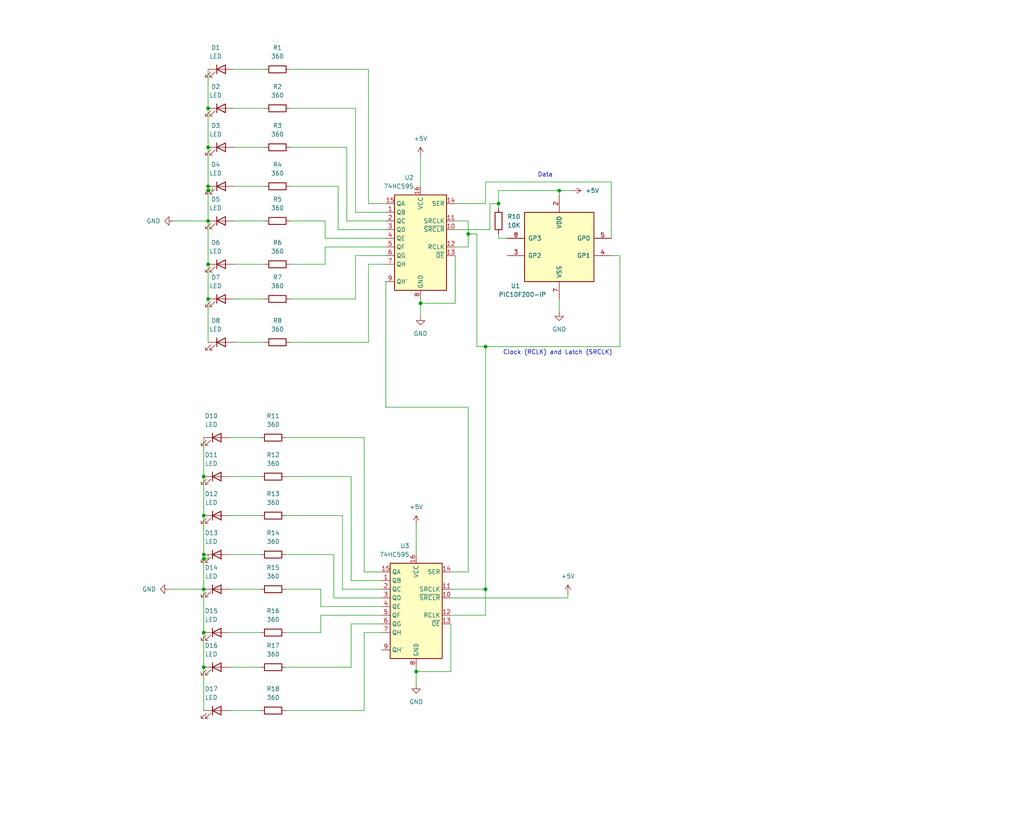
<source format=kicad_sch>
(kicad_sch (version 20230121) (generator eeschema)
  (paper "User" 299.999 240.995)
  (title_block (title "PIC10F200 and 2 x74HC595 with  two wires interface setup") (company "Ricardo Lima Caratti"))
  (lib_symbols
    (symbol "74xx:74HC595"
      (property "Reference" "U" (at -7.62 13.97 0))
      (property "Value" "74HC595" (at -7.62 -16.51 0))
      (symbol "74HC595_1_0"
        (pin tri_state line (at 10.16 7.62 180) (length 2.54) (name "QB") (number "1"))
        (pin input line (at -10.16 2.54 0) (length 2.54) (name "~{SRCLR}") (number "10"))
        (pin input line (at -10.16 5.08 0) (length 2.54) (name "SRCLK") (number "11"))
        (pin input line (at -10.16 -2.54 0) (length 2.54) (name "RCLK") (number "12"))
        (pin input line (at -10.16 -5.08 0) (length 2.54) (name "~{OE}") (number "13"))
        (pin input line (at -10.16 10.16 0) (length 2.54) (name "SER") (number "14"))
        (pin tri_state line (at 10.16 10.16 180) (length 2.54) (name "QA") (number "15"))
        (pin power_in line (at 0 15.24 270) (length 2.54) (name "VCC") (number "16"))
        (pin tri_state line (at 10.16 5.08 180) (length 2.54) (name "QC") (number "2"))
        (pin tri_state line (at 10.16 2.54 180) (length 2.54) (name "QD") (number "3"))
        (pin tri_state line (at 10.16 0 180) (length 2.54) (name "QE") (number "4"))
        (pin tri_state line (at 10.16 -2.54 180) (length 2.54) (name "QF") (number "5"))
        (pin tri_state line (at 10.16 -5.08 180) (length 2.54) (name "QG") (number "6"))
        (pin tri_state line (at 10.16 -7.62 180) (length 2.54) (name "QH") (number "7"))
        (pin power_in line (at 0 -17.78 90) (length 2.54) (name "GND") (number "8"))
        (pin output line (at 10.16 -12.7 180) (length 2.54) (name "QH'") (number "9"))
      )
      (symbol "74HC595_1_1"
        (rectangle (start -7.62 12.7) (end 7.62 -15.24) (stroke (width 0.254)) (fill (type background)))
      )
    )
    (symbol "Device:LED" (pin_numbers hide) (pin_names (offset 1.016) hide)
      (property "Reference" "D" (at 0 2.54 0))
      (property "Value" "LED" (at 0 -2.54 0))
      (symbol "LED_0_1"
        (polyline (pts (xy -1.27 -1.27) (xy -1.27 1.27)) (stroke (width 0.254)))
        (polyline (pts (xy -1.27 0) (xy 1.27 0)))
        (polyline (pts (xy 1.27 -1.27) (xy 1.27 1.27) (xy -1.27 0) (xy 1.27 -1.27)) (stroke (width 0.254)))
        (polyline (pts (xy -3.048 -0.762) (xy -4.572 -2.286) (xy -3.81 -2.286) (xy -4.572 -2.286) (xy -4.572 -1.524)))
        (polyline (pts (xy -1.778 -0.762) (xy -3.302 -2.286) (xy -2.54 -2.286) (xy -3.302 -2.286) (xy -3.302 -1.524)))
      )
      (symbol "LED_1_1"
        (pin passive line (at -3.81 0 0) (length 2.54) (name "K") (number "1"))
        (pin passive line (at 3.81 0 180) (length 2.54) (name "A") (number "2"))
      )
    )
    (symbol "Device:R" (pin_numbers hide) (pin_names (offset 0))
      (property "Reference" "R" (at 2.032 0 90))
      (property "Value" "R" (at 0 0 90))
      (symbol "R_0_1"
        (rectangle (start -1.016 -2.54) (end 1.016 2.54) (stroke (width 0.254)))
      )
      (symbol "R_1_1"
        (pin passive line (at 0 3.81 270) (length 1.27) (name "~") (number "1"))
        (pin passive line (at 0 -3.81 90) (length 1.27) (name "~") (number "2"))
      )
    )
    (symbol "MCU_Microchip_PIC10:PIC10F200-IP" (pin_names (offset 1.016))
      (property "Reference" "U" (at 1.27 13.97 0))
      (property "Value" "PIC10F200-IP" (at 1.27 11.43 0))
      (symbol "PIC10F200-IP_0_1"
        (rectangle (start -10.16 10.16) (end 10.16 -10.16) (stroke (width 0.254)) (fill (type background)))
      )
      (symbol "PIC10F200-IP_1_1"
        (pin power_in line (at 0 15.24 270) (length 5.08) (name "VDD") (number "2"))
        (pin bidirectional line (at 15.24 -2.54 180) (length 5.08) (name "GP2") (number "3"))
        (pin bidirectional line (at -15.24 -2.54 0) (length 5.08) (name "GP1") (number "4"))
        (pin bidirectional line (at -15.24 2.54 0) (length 5.08) (name "GP0") (number "5"))
        (pin power_in line (at 0 -15.24 90) (length 5.08) (name "VSS") (number "7"))
        (pin input line (at 15.24 2.54 180) (length 5.08) (name "GP3") (number "8"))
      )
    )
    (symbol "power:+5V" (power) (pin_names (offset 0))
      (property "Value" "+5V" (at 0 3.556 0))
      (symbol "+5V_0_1"
        (polyline (pts (xy -0.762 1.27) (xy 0 2.54)))
        (polyline (pts (xy 0 0) (xy 0 2.54)))
        (polyline (pts (xy 0 2.54) (xy 0.762 1.27)))
      )
      (symbol "+5V_1_1"
        (pin power_in line (at 0 0 90) (length 0) hide (name "+5V") (number "1"))
      )
    )
    (symbol "power:GND" (power) (pin_names (offset 0))
      (property "Value" "GND" (at 0 -3.81 0))
      (symbol "GND_0_1"
        (polyline (pts (xy 0 0) (xy 0 -1.27) (xy 1.27 -1.27) (xy 0 -2.54) (xy -1.27 -1.27) (xy 0 -1.27)))
      )
      (symbol "GND_1_1"
        (pin power_in line (at 0 0 270) (length 0) hide (name "GND") (number "1"))
      )
    )
  )
  (junction (at 59.69 163.83))
  (junction (at 123.19 88.9))
  (junction (at 60.96 54.61))
  (junction (at 60.96 64.77))
  (junction (at 60.96 77.47))
  (junction (at 59.69 162.56))
  (junction (at 60.96 87.63))
  (junction (at 142.24 172.72))
  (junction (at 59.69 151.13))
  (junction (at 163.83 55.88))
  (junction (at 59.69 139.7))
  (junction (at 60.96 31.75))
  (junction (at 121.92 196.85))
  (junction (at 146.05 59.69))
  (junction (at 60.96 43.18))
  (junction (at 142.24 101.6))
  (junction (at 137.16 68.58))
  (junction (at 59.69 195.58))
  (junction (at 59.69 172.72))
  (junction (at 60.96 55.88))
  (junction (at 59.69 185.42))
  (wire (pts (xy 67.31 195.58) (xy 76.2 195.58)))
  (wire (pts (xy 68.58 77.47) (xy 77.47 77.47)))
  (wire (pts (xy 62.23 54.61) (xy 62.23 55.88)))
  (wire (pts (xy 100.33 172.72) (xy 100.33 151.13)))
  (wire (pts (xy 60.96 55.88) (xy 60.96 64.77)))
  (wire (pts (xy 95.25 69.85) (xy 95.25 64.77)))
  (wire (pts (xy 166.37 173.99) (xy 166.37 175.26)))
  (wire (pts (xy 67.31 208.28) (xy 76.2 208.28)))
  (wire (pts (xy 85.09 64.77) (xy 95.25 64.77)))
  (wire (pts (xy 95.25 72.39) (xy 95.25 77.47)))
  (wire (pts (xy 137.16 68.58) (xy 137.16 72.39)))
  (wire (pts (xy 121.92 196.85) (xy 132.08 196.85)))
  (wire (pts (xy 111.76 185.42) (xy 106.68 185.42)))
  (wire (pts (xy 111.76 170.18) (xy 102.87 170.18)))
  (wire (pts (xy 137.16 72.39) (xy 133.35 72.39)))
  (wire (pts (xy 83.82 172.72) (xy 93.98 172.72)))
  (wire (pts (xy 102.87 170.18) (xy 102.87 139.7)))
  (wire (pts (xy 67.31 139.7) (xy 76.2 139.7)))
  (wire (pts (xy 67.31 128.27) (xy 76.2 128.27)))
  (wire (pts (xy 62.23 55.88) (xy 60.96 55.88)))
  (wire (pts (xy 85.09 100.33) (xy 107.95 100.33)))
  (wire (pts (xy 133.35 59.69) (xy 142.24 59.69)))
  (wire (pts (xy 59.69 172.72) (xy 59.69 185.42)))
  (wire (pts (xy 60.96 20.32) (xy 60.96 31.75)))
  (wire (pts (xy 68.58 20.32) (xy 77.47 20.32)))
  (wire (pts (xy 60.96 77.47) (xy 60.96 87.63)))
  (wire (pts (xy 133.35 64.77) (xy 137.16 64.77)))
  (wire (pts (xy 163.83 87.63) (xy 163.83 91.44)))
  (wire (pts (xy 67.31 185.42) (xy 76.2 185.42)))
  (wire (pts (xy 60.96 43.18) (xy 60.96 54.61)))
  (wire (pts (xy 137.16 167.64) (xy 137.16 119.38)))
  (wire (pts (xy 60.96 31.75) (xy 60.96 43.18)))
  (wire (pts (xy 148.59 69.85) (xy 146.05 69.85)))
  (wire (pts (xy 67.31 151.13) (xy 76.2 151.13)))
  (wire (pts (xy 104.14 31.75) (xy 85.09 31.75)))
  (wire (pts (xy 49.53 172.72) (xy 59.69 172.72)))
  (wire (pts (xy 133.35 67.31) (xy 143.51 67.31)))
  (wire (pts (xy 111.76 175.26) (xy 97.79 175.26)))
  (wire (pts (xy 60.96 162.56) (xy 60.96 163.83)))
  (wire (pts (xy 59.69 139.7) (xy 59.69 151.13)))
  (wire (pts (xy 142.24 101.6) (xy 139.7 101.6)))
  (wire (pts (xy 104.14 74.93) (xy 104.14 87.63)))
  (wire (pts (xy 123.19 88.9) (xy 123.19 92.71)))
  (wire (pts (xy 181.61 74.93) (xy 181.61 101.6)))
  (wire (pts (xy 101.6 64.77) (xy 101.6 43.18)))
  (wire (pts (xy 132.08 175.26) (xy 166.37 175.26)))
  (wire (pts (xy 121.92 196.85) (xy 121.92 200.66)))
  (wire (pts (xy 163.83 57.15) (xy 163.83 55.88)))
  (wire (pts (xy 93.98 185.42) (xy 83.82 185.42)))
  (wire (pts (xy 111.76 177.8) (xy 93.98 177.8)))
  (wire (pts (xy 95.25 77.47) (xy 85.09 77.47)))
  (wire (pts (xy 137.16 64.77) (xy 137.16 68.58)))
  (wire (pts (xy 104.14 62.23) (xy 104.14 31.75)))
  (wire (pts (xy 123.19 87.63) (xy 123.19 88.9)))
  (wire (pts (xy 113.03 77.47) (xy 107.95 77.47)))
  (wire (pts (xy 67.31 162.56) (xy 76.2 162.56)))
  (wire (pts (xy 83.82 128.27) (xy 106.68 128.27)))
  (wire (pts (xy 68.58 43.18) (xy 77.47 43.18)))
  (wire (pts (xy 107.95 77.47) (xy 107.95 100.33)))
  (wire (pts (xy 60.96 54.61) (xy 60.96 55.88)))
  (wire (pts (xy 121.92 195.58) (xy 121.92 196.85)))
  (wire (pts (xy 146.05 55.88) (xy 163.83 55.88)))
  (wire (pts (xy 97.79 175.26) (xy 97.79 162.56)))
  (wire (pts (xy 132.08 180.34) (xy 142.24 180.34)))
  (wire (pts (xy 99.06 54.61) (xy 85.09 54.61)))
  (wire (pts (xy 68.58 100.33) (xy 77.47 100.33)))
  (wire (pts (xy 139.7 101.6) (xy 139.7 68.58)))
  (wire (pts (xy 113.03 62.23) (xy 104.14 62.23)))
  (wire (pts (xy 121.92 153.67) (xy 121.92 162.56)))
  (wire (pts (xy 132.08 182.88) (xy 132.08 196.85)))
  (wire (pts (xy 113.03 74.93) (xy 104.14 74.93)))
  (wire (pts (xy 93.98 177.8) (xy 93.98 172.72)))
  (wire (pts (xy 142.24 180.34) (xy 142.24 172.72)))
  (wire (pts (xy 68.58 54.61) (xy 77.47 54.61)))
  (wire (pts (xy 106.68 167.64) (xy 111.76 167.64)))
  (wire (pts (xy 67.31 172.72) (xy 76.2 172.72)))
  (wire (pts (xy 123.19 45.72) (xy 123.19 54.61)))
  (wire (pts (xy 100.33 151.13) (xy 83.82 151.13)))
  (wire (pts (xy 59.69 163.83) (xy 59.69 172.72)))
  (wire (pts (xy 60.96 64.77) (xy 60.96 77.47)))
  (wire (pts (xy 132.08 167.64) (xy 137.16 167.64)))
  (wire (pts (xy 59.69 151.13) (xy 59.69 162.56)))
  (wire (pts (xy 133.35 74.93) (xy 133.35 88.9)))
  (wire (pts (xy 146.05 68.58) (xy 146.05 69.85)))
  (wire (pts (xy 107.95 20.32) (xy 107.95 59.69)))
  (wire (pts (xy 102.87 182.88) (xy 102.87 195.58)))
  (wire (pts (xy 68.58 64.77) (xy 77.47 64.77)))
  (wire (pts (xy 60.96 163.83) (xy 59.69 163.83)))
  (wire (pts (xy 111.76 172.72) (xy 100.33 172.72)))
  (wire (pts (xy 113.03 69.85) (xy 95.25 69.85)))
  (wire (pts (xy 113.03 64.77) (xy 101.6 64.77)))
  (wire (pts (xy 99.06 67.31) (xy 99.06 54.61)))
  (wire (pts (xy 50.8 64.77) (xy 60.96 64.77)))
  (wire (pts (xy 60.96 87.63) (xy 60.96 100.33)))
  (wire (pts (xy 163.83 55.88) (xy 167.64 55.88)))
  (wire (pts (xy 179.07 53.34) (xy 179.07 69.85)))
  (wire (pts (xy 179.07 74.93) (xy 181.61 74.93)))
  (wire (pts (xy 146.05 60.96) (xy 146.05 59.69)))
  (wire (pts (xy 59.69 162.56) (xy 59.69 163.83)))
  (wire (pts (xy 143.51 59.69) (xy 146.05 59.69)))
  (wire (pts (xy 113.03 119.38) (xy 113.03 82.55)))
  (wire (pts (xy 85.09 20.32) (xy 107.95 20.32)))
  (wire (pts (xy 106.68 185.42) (xy 106.68 208.28)))
  (wire (pts (xy 143.51 67.31) (xy 143.51 59.69)))
  (wire (pts (xy 142.24 59.69) (xy 142.24 53.34)))
  (wire (pts (xy 68.58 31.75) (xy 77.47 31.75)))
  (wire (pts (xy 107.95 59.69) (xy 113.03 59.69)))
  (wire (pts (xy 113.03 67.31) (xy 99.06 67.31)))
  (wire (pts (xy 111.76 180.34) (xy 93.98 180.34)))
  (wire (pts (xy 85.09 87.63) (xy 104.14 87.63)))
  (wire (pts (xy 83.82 195.58) (xy 102.87 195.58)))
  (wire (pts (xy 123.19 88.9) (xy 133.35 88.9)))
  (wire (pts (xy 181.61 101.6) (xy 142.24 101.6)))
  (wire (pts (xy 68.58 87.63) (xy 77.47 87.63)))
  (wire (pts (xy 142.24 101.6) (xy 142.24 172.72)))
  (wire (pts (xy 113.03 72.39) (xy 95.25 72.39)))
  (wire (pts (xy 142.24 53.34) (xy 179.07 53.34)))
  (wire (pts (xy 59.69 185.42) (xy 59.69 195.58)))
  (wire (pts (xy 97.79 162.56) (xy 83.82 162.56)))
  (wire (pts (xy 106.68 128.27) (xy 106.68 167.64)))
  (wire (pts (xy 102.87 139.7) (xy 83.82 139.7)))
  (wire (pts (xy 111.76 182.88) (xy 102.87 182.88)))
  (wire (pts (xy 83.82 208.28) (xy 106.68 208.28)))
  (wire (pts (xy 146.05 59.69) (xy 146.05 55.88)))
  (wire (pts (xy 59.69 128.27) (xy 59.69 139.7)))
  (wire (pts (xy 132.08 172.72) (xy 142.24 172.72)))
  (wire (pts (xy 59.69 195.58) (xy 59.69 208.28)))
  (wire (pts (xy 137.16 119.38) (xy 113.03 119.38)))
  (wire (pts (xy 101.6 43.18) (xy 85.09 43.18)))
  (wire (pts (xy 93.98 180.34) (xy 93.98 185.42)))
  (wire (pts (xy 139.7 68.58) (xy 137.16 68.58)))
  (text "Data" (at 157.48 52.07 0) (effects (font (size 1.27 1.27)) (justify left bottom)))
  (text "Clock (RCLK) and Latch (SRCLK)" (at 147.32 104.14 0) (effects (font (size 1.27 1.27)) (justify left bottom)))
  (symbol (lib_id "Device:R") (at 81.28 31.75 90) (unit 1)
    (property "Reference" "R2" (at 81.28 25.4 90))
    (property "Value" "360" (at 81.28 27.94 90))
  )
  (symbol (lib_id "Device:R") (at 81.28 20.32 90) (unit 1)
    (property "Reference" "R1" (at 81.28 13.97 90))
    (property "Value" "360" (at 81.28 16.51 90))
  )
  (symbol (lib_id "Device:LED") (at 64.77 31.75 0) (unit 1)
    (property "Reference" "D2" (at 63.1825 25.4 0))
    (property "Value" "LED" (at 63.1825 27.94 0))
  )
  (symbol (lib_id "74xx:74HC595") (at 121.92 177.8 0) (mirror y) (unit 1)
    (property "Reference" "U3" (at 119.9641 160.02 0) (effects (justify left)))
    (property "Value" "74HC595" (at 119.9641 162.56 0) (effects (justify left)))
    (property "Datasheet" "http://www.ti.com/lit/ds/symlink/sn74hc595.pdf" (effects hide))
  )
  (symbol (lib_id "Device:LED") (at 63.5 151.13 0) (unit 1)
    (property "Reference" "D12" (at 61.9125 144.78 0))
    (property "Value" "LED" (at 61.9125 147.32 0))
  )
  (symbol (lib_id "Device:LED") (at 64.77 20.32 0) (unit 1)
    (property "Reference" "D1" (at 63.1825 13.97 0))
    (property "Value" "LED" (at 63.1825 16.51 0))
  )
  (symbol (lib_id "power:+5V") (at 121.92 153.67 0) (unit 1)
    (property "Reference" "#PWR07" (effects hide))
    (property "Value" "+5V" (at 121.92 148.59 0))
  )
  (symbol (lib_id "74xx:74HC595") (at 123.19 69.85 0) (mirror y) (unit 1)
    (property "Reference" "U2" (at 121.2341 52.07 0) (effects (justify left)))
    (property "Value" "74HC595" (at 121.2341 54.61 0) (effects (justify left)))
    (property "Datasheet" "http://www.ti.com/lit/ds/symlink/sn74hc595.pdf" (effects hide))
  )
  (symbol (lib_id "Device:LED") (at 63.5 185.42 0) (unit 1)
    (property "Reference" "D15" (at 61.9125 179.07 0))
    (property "Value" "LED" (at 61.9125 181.61 0))
  )
  (symbol (lib_id "Device:LED") (at 64.77 43.18 0) (unit 1)
    (property "Reference" "D3" (at 63.1825 36.83 0))
    (property "Value" "LED" (at 63.1825 39.37 0))
  )
  (symbol (lib_id "Device:LED") (at 64.77 100.33 0) (unit 1)
    (property "Reference" "D8" (at 63.1825 93.98 0))
    (property "Value" "LED" (at 63.1825 96.52 0))
  )
  (symbol (lib_id "Device:R") (at 146.05 64.77 180) (unit 1)
    (property "Reference" "R10" (at 148.59 63.5 0) (effects (justify right)))
    (property "Value" "10K" (at 148.59 66.04 0) (effects (justify right)))
  )
  (symbol (lib_id "Device:R") (at 81.28 100.33 90) (unit 1)
    (property "Reference" "R8" (at 81.28 93.98 90))
    (property "Value" "360" (at 81.28 96.52 90))
  )
  (symbol (lib_id "power:+5V") (at 123.19 45.72 0) (unit 1)
    (property "Reference" "#PWR01" (effects hide))
    (property "Value" "+5V" (at 123.19 40.64 0))
  )
  (symbol (lib_id "Device:LED") (at 63.5 128.27 0) (unit 1)
    (property "Reference" "D10" (at 61.9125 121.92 0))
    (property "Value" "LED" (at 61.9125 124.46 0))
  )
  (symbol (lib_id "Device:R") (at 81.28 64.77 90) (unit 1)
    (property "Reference" "R5" (at 81.28 58.42 90))
    (property "Value" "360" (at 81.28 60.96 90))
  )
  (symbol (lib_id "Device:R") (at 81.28 54.61 90) (unit 1)
    (property "Reference" "R4" (at 81.28 48.26 90))
    (property "Value" "360" (at 81.28 50.8 90))
  )
  (symbol (lib_id "Device:R") (at 80.01 139.7 90) (unit 1)
    (property "Reference" "R12" (at 80.01 133.35 90))
    (property "Value" "360" (at 80.01 135.89 90))
  )
  (symbol (lib_id "Device:R") (at 81.28 77.47 90) (unit 1)
    (property "Reference" "R6" (at 81.28 71.12 90))
    (property "Value" "360" (at 81.28 73.66 90))
  )
  (symbol (lib_id "Device:R") (at 80.01 185.42 90) (unit 1)
    (property "Reference" "R16" (at 80.01 179.07 90))
    (property "Value" "360" (at 80.01 181.61 90))
  )
  (symbol (lib_id "Device:R") (at 81.28 87.63 90) (unit 1)
    (property "Reference" "R7" (at 81.28 81.28 90))
    (property "Value" "360" (at 81.28 83.82 90))
  )
  (symbol (lib_id "power:GND") (at 123.19 92.71 0) (unit 1)
    (property "Reference" "#PWR04" (effects hide))
    (property "Value" "GND" (at 123.19 97.79 0))
  )
  (symbol (lib_id "Device:R") (at 80.01 208.28 90) (unit 1)
    (property "Reference" "R18" (at 80.01 201.93 90))
    (property "Value" "360" (at 80.01 204.47 90))
  )
  (symbol (lib_id "Device:R") (at 81.28 43.18 90) (unit 1)
    (property "Reference" "R3" (at 81.28 36.83 90))
    (property "Value" "360" (at 81.28 39.37 90))
  )
  (symbol (lib_id "Device:LED") (at 63.5 195.58 0) (unit 1)
    (property "Reference" "D16" (at 61.9125 189.23 0))
    (property "Value" "LED" (at 61.9125 191.77 0))
  )
  (symbol (lib_id "MCU_Microchip_PIC10:PIC10F200-IP") (at 163.83 72.39 0) (mirror y) (unit 1)
    (property "Reference" "U1" (at 152.4 83.82 0) (effects (justify left)))
    (property "Value" "PIC10F200-IP" (at 160.02 86.36 0) (effects (justify left)))
    (property "Footprint" "Package_DIP:DIP-8_W7.62mm" (effects hide))
    (property "Datasheet" "http://ww1.microchip.com/downloads/en/DeviceDoc/41239D.pdf" (effects hide))
  )
  (symbol (lib_id "power:GND") (at 49.53 172.72 270) (unit 1)
    (property "Reference" "#PWR06" (effects hide))
    (property "Value" "GND" (at 45.72 172.72 90) (effects (justify right)))
  )
  (symbol (lib_id "Device:LED") (at 64.77 64.77 0) (unit 1)
    (property "Reference" "D5" (at 63.1825 58.42 0))
    (property "Value" "LED" (at 63.1825 60.96 0))
  )
  (symbol (lib_id "Device:LED") (at 64.77 77.47 0) (unit 1)
    (property "Reference" "D6" (at 63.1825 71.12 0))
    (property "Value" "LED" (at 63.1825 73.66 0))
  )
  (symbol (lib_id "power:+5V") (at 166.37 173.99 0) (unit 1)
    (property "Reference" "#PWR09" (effects hide))
    (property "Value" "+5V" (at 166.37 168.91 0))
  )
  (symbol (lib_id "power:GND") (at 121.92 200.66 0) (unit 1)
    (property "Reference" "#PWR08" (effects hide))
    (property "Value" "GND" (at 121.92 205.74 0))
  )
  (symbol (lib_id "power:+5V") (at 167.64 55.88 270) (unit 1)
    (property "Reference" "#PWR05" (effects hide))
    (property "Value" "+5V" (at 171.45 55.88 90) (effects (justify left)))
  )
  (symbol (lib_id "Device:R") (at 80.01 162.56 90) (unit 1)
    (property "Reference" "R14" (at 80.01 156.21 90))
    (property "Value" "360" (at 80.01 158.75 90))
  )
  (symbol (lib_id "Device:LED") (at 64.77 54.61 0) (unit 1)
    (property "Reference" "D4" (at 63.1825 48.26 0))
    (property "Value" "LED" (at 63.1825 50.8 0))
  )
  (symbol (lib_id "Device:R") (at 80.01 151.13 90) (unit 1)
    (property "Reference" "R13" (at 80.01 144.78 90))
    (property "Value" "360" (at 80.01 147.32 90))
  )
  (symbol (lib_id "Device:R") (at 80.01 128.27 90) (unit 1)
    (property "Reference" "R11" (at 80.01 121.92 90))
    (property "Value" "360" (at 80.01 124.46 90))
  )
  (symbol (lib_id "Device:LED") (at 63.5 208.28 0) (unit 1)
    (property "Reference" "D17" (at 61.9125 201.93 0))
    (property "Value" "LED" (at 61.9125 204.47 0))
  )
  (symbol (lib_id "Device:LED") (at 63.5 162.56 0) (unit 1)
    (property "Reference" "D13" (at 61.9125 156.21 0))
    (property "Value" "LED" (at 61.9125 158.75 0))
  )
  (symbol (lib_id "Device:R") (at 80.01 195.58 90) (unit 1)
    (property "Reference" "R17" (at 80.01 189.23 90))
    (property "Value" "360" (at 80.01 191.77 90))
  )
  (symbol (lib_id "power:GND") (at 163.83 91.44 0) (unit 1)
    (property "Reference" "#PWR02" (effects hide))
    (property "Value" "GND" (at 163.83 96.52 0))
  )
  (symbol (lib_id "Device:LED") (at 64.77 87.63 0) (unit 1)
    (property "Reference" "D7" (at 63.1825 81.28 0))
    (property "Value" "LED" (at 63.1825 83.82 0))
  )
  (symbol (lib_id "Device:LED") (at 63.5 139.7 0) (unit 1)
    (property "Reference" "D11" (at 61.9125 133.35 0))
    (property "Value" "LED" (at 61.9125 135.89 0))
  )
  (symbol (lib_id "Device:LED") (at 63.5 172.72 0) (unit 1)
    (property "Reference" "D14" (at 61.9125 166.37 0))
    (property "Value" "LED" (at 61.9125 168.91 0))
  )
  (symbol (lib_id "Device:R") (at 80.01 172.72 90) (unit 1)
    (property "Reference" "R15" (at 80.01 166.37 90))
    (property "Value" "360" (at 80.01 168.91 90))
  )
  (symbol (lib_id "power:GND") (at 50.8 64.77 270) (unit 1)
    (property "Reference" "#PWR03" (effects hide))
    (property "Value" "GND" (at 46.99 64.77 90) (effects (justify right)))
  )
)
</source>
